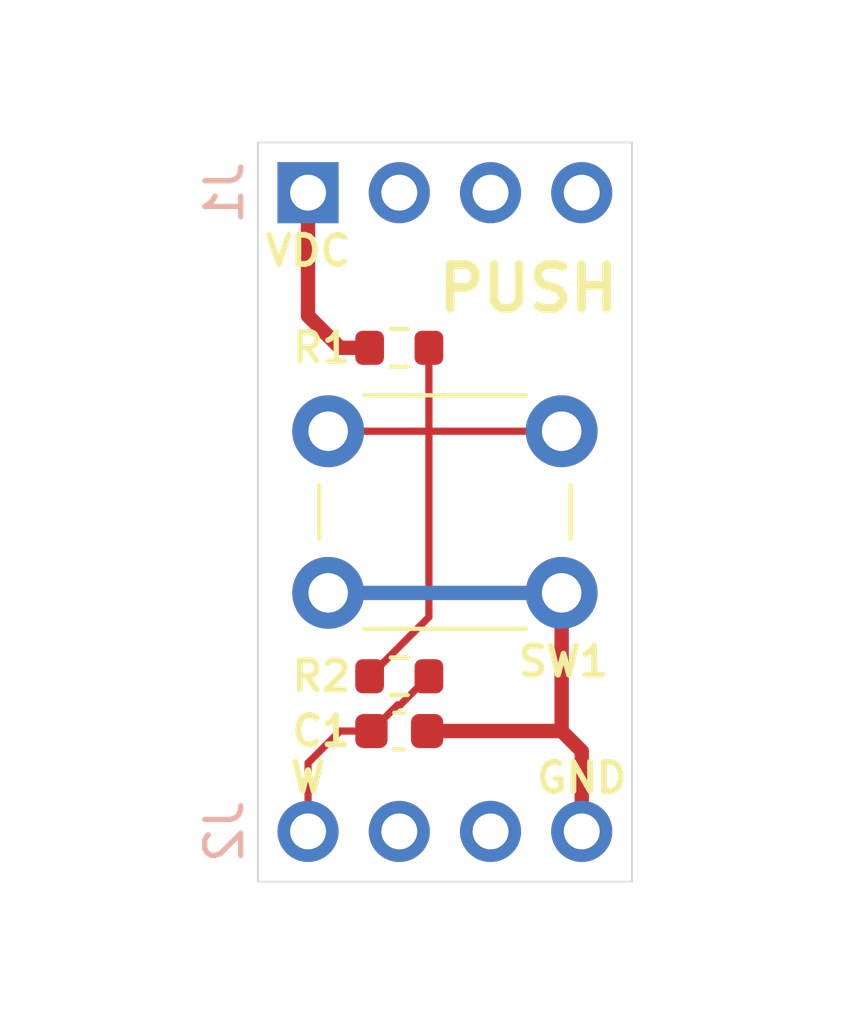
<source format=kicad_pcb>
(kicad_pcb (version 20241229) (generator "pcbnew") (generator_version "9.0")
  (title_block (title "PUSH") (date "2025-04-07") (rev "1"))
  (layers (0 "F.Cu" signal) (2 "B.Cu" signal) (13 "F.Paste" user) (15 "B.Paste" user) (5 "F.SilkS" user "F.Silkscreen") (7 "B.SilkS" user "B.Silkscreen") (1 "F.Mask" user) (3 "B.Mask" user) (25 "Edge.Cuts" user))
  (net 0 "")
  (net 1 "GND")
  (net 2 "/W")
  (net 5 "VDC")
  (net 7 "Net-(SW1-B)")
  (footprint "Button_Switch_THT:SW_PUSH_6mm" (layer "F.Cu") (at 134.06 87.34 180)
    (property "Reference" "SW1" (at -0.052 -1.433 0) (layer "F.SilkS") (effects (font (size 0.8128 0.8128) (thickness 0.16256) (bold yes)) (justify top)))
    (property "Value" "TS02-66-43-BK-160-LCR-D")
    (fp_line (start 6.75 3) (end 6.75 1.5) (stroke (width 0.12)) (layer "F.SilkS"))
    (fp_line (start 5.5 -1) (end 1 -1) (stroke (width 0.12)) (layer "F.SilkS"))
    (fp_line (start 1 5.5) (end 5.5 5.5) (stroke (width 0.12)) (layer "F.SilkS"))
    (fp_line (start -0.25 1.5) (end -0.25 3) (stroke (width 0.12)) (layer "F.SilkS"))
    (pad "1" thru_hole circle (at 0 0 270) (size 2 2) (drill 1.1) (layers "*.Cu" "*.Mask") (net 1 "GND"))
    (pad "1" thru_hole circle (at 6.5 0 270) (size 2 2) (drill 1.1) (layers "*.Cu" "*.Mask") (net 1 "GND"))
    (pad "2" thru_hole circle (at 0 4.5 270) (size 2 2) (drill 1.1) (layers "*.Cu" "*.Mask") (net 7 "Net-(SW1-B)"))
    (pad "2" thru_hole circle (at 6.5 4.5 270) (size 2 2) (drill 1.1) (layers "*.Cu" "*.Mask") (net 7 "Net-(SW1-B)"))
  )
  (footprint "Resistor_SMD:R_0603_1608Metric" (layer "F.Cu") (at 129.54 89.662)
    (property "Reference" "R2" (at -1.27 0 0) (layer "F.SilkS") (effects (font (size 0.8128 0.8128) (thickness 0.16256) (bold yes)) (justify right)))
    (property "Value" "510")
    (fp_line (start -0.237258 -0.5225) (end 0.237258 -0.5225) (stroke (width 0.12)) (layer "F.SilkS"))
    (fp_line (start -0.237258 0.5225) (end 0.237258 0.5225) (stroke (width 0.12)) (layer "F.SilkS"))
    (pad "1" smd roundrect (at -0.825 0) (size 0.8 0.95) (layers "F.Cu" "F.Mask" "F.Paste") (net 7 "Net-(SW1-B)"))
    (pad "2" smd roundrect (at 0.825 0) (size 0.8 0.95) (layers "F.Cu" "F.Mask" "F.Paste") (net 2 "/W"))
  )
  (footprint "Resistor_SMD:R_0603_1608Metric" (layer "F.Cu") (at 129.54 80.518)
    (property "Reference" "R1" (at -1.27 0 0) (layer "F.SilkS") (effects (font (size 0.8128 0.8128)) (justify right)))
    (property "Value" "5.1k")
    (fp_line (start -0.237258 -0.5225) (end 0.237258 -0.5225) (stroke (width 0.12)) (layer "F.SilkS"))
    (fp_line (start -0.237258 0.5225) (end 0.237258 0.5225) (stroke (width 0.12)) (layer "F.SilkS"))
    (pad "1" smd roundrect (at -0.825 0) (size 0.8 0.95) (layers "F.Cu" "F.Mask" "F.Paste") (net 5 "VDC"))
    (pad "2" smd roundrect (at 0.825 0) (size 0.8 0.95) (layers "F.Cu" "F.Mask" "F.Paste") (net 7 "Net-(SW1-B)"))
  )
  (footprint "Capacitor_SMD:C_0603_1608Metric" (layer "F.Cu") (at 129.54 91.186)
    (property "Reference" "C1" (at -1.27 0 0) (layer "F.SilkS") (effects (font (size 0.8128 0.8128) (thickness 0.16256) (bold yes)) (justify right)))
    (property "Value" "4.7u")
    (fp_line (start -0.14058 -0.51) (end 0.14058 -0.51) (stroke (width 0.12)) (layer "F.SilkS"))
    (fp_line (start -0.14058 0.51) (end 0.14058 0.51) (stroke (width 0.12)) (layer "F.SilkS"))
    (pad "1" smd roundrect (at -0.775 0) (size 0.9 0.95) (layers "F.Cu" "F.Mask" "F.Paste") (net 2 "/W"))
    (pad "2" smd roundrect (at 0.775 0) (size 0.9 0.95) (layers "F.Cu" "F.Mask" "F.Paste") (net 1 "GND"))
  )
  (footprint "Logic:PinHeader_1x04_P2.54mm_Vertical_Top" (layer "B.Cu") (at 127 76.2 -90)
    (property "Reference" "J1" (at 0 2.33 90) (layer "B.SilkS") (effects (justify mirror)))
    (property "Value" "61300411121")
    (pad "1" thru_hole rect (at 0 0 270) (size 1.7 1.7) (drill 1) (layers "*.Cu" "*.Mask") (net 5 "VDC"))
    (pad "2" thru_hole oval (at 0 -2.54 270) (size 1.7 1.7) (drill 1) (layers "*.Cu" "*.Mask"))
    (pad "3" thru_hole oval (at 0 -5.08 270) (size 1.7 1.7) (drill 1) (layers "*.Cu" "*.Mask"))
    (pad "4" thru_hole oval (at 0 -7.62 270) (size 1.7 1.7) (drill 1) (layers "*.Cu" "*.Mask"))
  )
  (footprint "Logic:PinHeader_1x04_P2.54mm_Vertical_Bottom" (layer "B.Cu") (at 127 93.98 -90)
    (property "Reference" "J2" (at 0 2.33 90) (layer "B.SilkS") (effects (justify mirror)))
    (property "Value" "61300411121")
    (pad "1" thru_hole circle (at 0 0 270) (size 1.7 1.7) (drill 1) (layers "*.Cu" "*.Mask") (net 2 "/W"))
    (pad "2" thru_hole oval (at 0 -2.54 270) (size 1.7 1.7) (drill 1) (layers "*.Cu" "*.Mask"))
    (pad "3" thru_hole oval (at 0 -5.08 270) (size 1.7 1.7) (drill 1) (layers "*.Cu" "*.Mask"))
    (pad "4" thru_hole oval (at 0 -7.62 270) (size 1.7 1.7) (drill 1) (layers "*.Cu" "*.Mask") (net 1 "GND"))
  )
  (gr_rect (start 125.603 74.803) (end 136.017 95.377) (stroke (width 0.05)) (fill no) (layer "Edge.Cuts"))
  (gr_text "W" (at 127 92.964 0) (layer "F.SilkS") (effects (font (size 0.8128 0.8128) (thickness 0.16256) (bold yes)) (justify bottom)))
  (gr_text "GND" (at 134.62 92.964 0) (layer "F.SilkS") (effects (font (size 0.8128 0.8128) (thickness 0.16256) (bold yes)) (justify bottom)))
  (gr_text "VDC" (at 127 77.343 0) (layer "F.SilkS") (effects (font (size 0.8128 0.8128) (thickness 0.16256) (bold yes)) (justify top)))
  (gr_text "${TITLE}" (at 135.763 78.867 0) (layer "F.SilkS") (effects (font (size 1.2192 1.2192) (thickness 0.24384) (bold yes)) (justify right)))
  (segment (start 134.06 91.186) (end 134.62 91.746) (width 0.4) (layer "F.Cu") (net 1))
  (segment (start 134.06 91.186) (end 130.315 91.186) (width 0.4) (layer "F.Cu") (net 1))
  (segment (start 134.06 87.34) (end 134.06 91.186) (width 0.4) (layer "F.Cu") (net 1))
  (segment (start 134.62 91.746) (end 134.62 93.98) (width 0.4) (layer "F.Cu") (net 1))
  (segment (start 127.56 87.34) (end 134.06 87.34) (width 0.4) (layer "B.Cu") (net 1))
  (segment (start 127 92.075) (end 127 93.98) (width 0.2) (layer "F.Cu") (net 2))
  (segment (start 129.4955 90.4555) (end 129.5715 90.4555) (width 0.2) (layer "F.Cu") (net 2))
  (segment (start 128.765 91.186) (end 127.889 91.186) (width 0.2) (layer "F.Cu") (net 2))
  (segment (start 129.5715 90.4555) (end 130.365 89.662) (width 0.2) (layer "F.Cu") (net 2))
  (segment (start 127.889 91.186) (end 127 92.075) (width 0.2) (layer "F.Cu") (net 2))
  (segment (start 128.765 91.186) (end 129.4955 90.4555) (width 0.2) (layer "F.Cu") (net 2))
  (segment (start 128.715 80.518) (end 127.889 80.518) (width 0.4) (layer "F.Cu") (net 5))
  (segment (start 127 79.629) (end 127 76.2) (width 0.4) (layer "F.Cu") (net 5))
  (segment (start 127.889 80.518) (end 127 79.629) (width 0.4) (layer "F.Cu") (net 5))
  (segment (start 130.365 80.518) (end 130.365 82.84) (width 0.2) (layer "F.Cu") (net 7))
  (segment (start 130.365 88.012) (end 130.365 82.84) (width 0.2) (layer "F.Cu") (net 7))
  (segment (start 128.715 89.662) (end 130.365 88.012) (width 0.2) (layer "F.Cu") (net 7))
  (segment (start 130.365 82.84) (end 134.06 82.84) (width 0.2) (layer "F.Cu") (net 7))
  (segment (start 127.56 82.84) (end 130.365 82.84) (width 0.2) (layer "F.Cu") (net 7))
)
</source>
